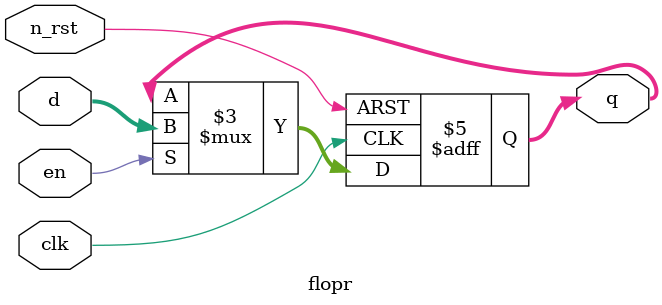
<source format=sv>
module flopr(
    clk,
    n_rst,
    d,
    en,
    q
);
  parameter RESET_VALUE = 32'h0000_0033;
	input clk, n_rst;
    input [31:0] d;
    input en;
    output reg [31:0] q;	

    always@(posedge clk or negedge n_rst) begin 
        if(!n_rst) begin
            q <= RESET_VALUE;
        end
        else begin
            if(en)
                q <= d;
        end		
    end

endmodule

</source>
